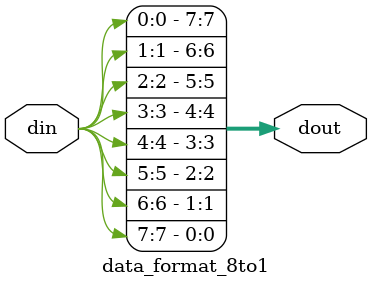
<source format=v>
module  data_format_8to1(
						input [7:0]din,
						output [7:0]dout
						);

assign  dout= {din[0],din[1],din[2],din[3],din[4],din[5],din[6],din[7]};

endmodule

</source>
